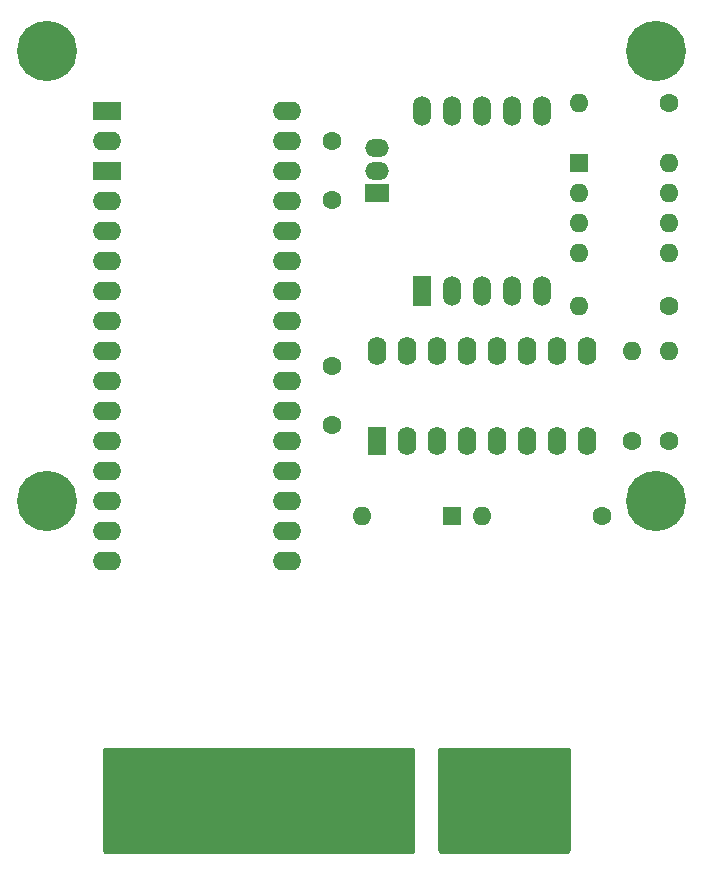
<source format=gts>
%TF.GenerationSoftware,KiCad,Pcbnew,(5.1.8)-1*%
%TF.CreationDate,2021-08-26T19:44:27+02:00*%
%TF.ProjectId,ZX Cartridge 1983,5a582043-6172-4747-9269-646765203139,rev?*%
%TF.SameCoordinates,Original*%
%TF.FileFunction,Soldermask,Top*%
%TF.FilePolarity,Negative*%
%FSLAX46Y46*%
G04 Gerber Fmt 4.6, Leading zero omitted, Abs format (unit mm)*
G04 Created by KiCad (PCBNEW (5.1.8)-1) date 2021-08-26 19:44:27*
%MOMM*%
%LPD*%
G01*
G04 APERTURE LIST*
%ADD10R,2.400000X1.600000*%
%ADD11O,2.400000X1.600000*%
%ADD12C,1.600000*%
%ADD13R,1.600000X2.400000*%
%ADD14O,1.600000X2.400000*%
%ADD15C,5.100000*%
%ADD16O,2.000000X1.500000*%
%ADD17R,2.000000X1.500000*%
%ADD18O,1.524000X2.524000*%
%ADD19R,1.524000X2.524000*%
%ADD20R,1.600000X1.600000*%
%ADD21O,1.600000X1.600000*%
%ADD22C,0.254000*%
%ADD23C,0.100000*%
G04 APERTURE END LIST*
D10*
%TO.C,U1*%
X128524000Y-67310000D03*
D11*
X143764000Y-105410000D03*
X128524000Y-69850000D03*
X143764000Y-102870000D03*
D10*
X128524000Y-72390000D03*
D11*
X143764000Y-100330000D03*
X128524000Y-74930000D03*
X143764000Y-97790000D03*
X128524000Y-77470000D03*
X143764000Y-95250000D03*
X128524000Y-80010000D03*
X143764000Y-92710000D03*
X128524000Y-82550000D03*
X143764000Y-90170000D03*
X128524000Y-85090000D03*
X143764000Y-87630000D03*
X128524000Y-87630000D03*
X143764000Y-85090000D03*
X128524000Y-90170000D03*
X143764000Y-82550000D03*
X128524000Y-92710000D03*
X143764000Y-80010000D03*
X128524000Y-95250000D03*
X143764000Y-77470000D03*
X128524000Y-97790000D03*
X143764000Y-74930000D03*
X128524000Y-100330000D03*
X143764000Y-72390000D03*
X128524000Y-102870000D03*
X143764000Y-69850000D03*
X128524000Y-105410000D03*
X143764000Y-67310000D03*
%TD*%
D12*
%TO.C,C2*%
X147574000Y-88900000D03*
X147574000Y-93900000D03*
%TD*%
D13*
%TO.C,U2*%
X151384000Y-95250000D03*
D14*
X169164000Y-87630000D03*
X153924000Y-95250000D03*
X166624000Y-87630000D03*
X156464000Y-95250000D03*
X164084000Y-87630000D03*
X159004000Y-95250000D03*
X161544000Y-87630000D03*
X161544000Y-95250000D03*
X159004000Y-87630000D03*
X164084000Y-95250000D03*
X156464000Y-87630000D03*
X166624000Y-95250000D03*
X153924000Y-87630000D03*
X169164000Y-95250000D03*
X151384000Y-87630000D03*
%TD*%
D12*
%TO.C,C1*%
X147574000Y-69850000D03*
X147574000Y-74850000D03*
%TD*%
D15*
%TO.C,M1*%
X123444000Y-100330000D03*
%TD*%
%TO.C,M2*%
X175011000Y-100330000D03*
%TD*%
%TO.C,M3*%
X175011000Y-62230000D03*
%TD*%
%TO.C,M4*%
X123444000Y-62230000D03*
%TD*%
D16*
%TO.C,JP2*%
X151384000Y-70485000D03*
X151384000Y-72390000D03*
D17*
X151384000Y-74295000D03*
%TD*%
D18*
%TO.C,AFF1*%
X155194000Y-67310000D03*
X157734000Y-67310000D03*
X160274000Y-67310000D03*
X162814000Y-67310000D03*
X165354000Y-67310000D03*
X165354000Y-82550000D03*
X162814000Y-82550000D03*
X160274000Y-82550000D03*
X157734000Y-82550000D03*
D19*
X155194000Y-82550000D03*
%TD*%
D20*
%TO.C,D1*%
X157734000Y-101600000D03*
D21*
X150114000Y-101600000D03*
%TD*%
D12*
%TO.C,R1*%
X170434000Y-101600000D03*
D21*
X160274000Y-101600000D03*
%TD*%
D20*
%TO.C,SW1*%
X168529000Y-71755000D03*
D21*
X176149000Y-79375000D03*
X168529000Y-74295000D03*
X176149000Y-76835000D03*
X168529000Y-76835000D03*
X176149000Y-74295000D03*
X168529000Y-79375000D03*
X176149000Y-71755000D03*
%TD*%
D12*
%TO.C,R4*%
X172974000Y-95250000D03*
D21*
X172974000Y-87630000D03*
%TD*%
D12*
%TO.C,R2*%
X176149000Y-66675000D03*
D21*
X168529000Y-66675000D03*
%TD*%
%TO.C,R3*%
X168529000Y-83820000D03*
D12*
X176149000Y-83820000D03*
%TD*%
%TO.C,R5*%
X176149000Y-95250000D03*
D21*
X176149000Y-87630000D03*
%TD*%
D22*
X154478000Y-129896000D02*
X154458665Y-129993202D01*
X154421783Y-130048400D01*
X128346537Y-130048400D01*
X128309655Y-129993202D01*
X128290320Y-129896000D01*
X128289696Y-121387000D01*
X154478000Y-121387000D01*
X154478000Y-129896000D01*
D23*
G36*
X154478000Y-129896000D02*
G01*
X154458665Y-129993202D01*
X154421783Y-130048400D01*
X128346537Y-130048400D01*
X128309655Y-129993202D01*
X128290320Y-129896000D01*
X128289696Y-121387000D01*
X154478000Y-121387000D01*
X154478000Y-129896000D01*
G37*
D22*
X167621000Y-129896000D02*
X167601665Y-129993202D01*
X167564783Y-130048400D01*
X156728217Y-130048400D01*
X156691335Y-129993202D01*
X156672000Y-129896000D01*
X156672000Y-121387000D01*
X167621000Y-121387000D01*
X167621000Y-129896000D01*
D23*
G36*
X167621000Y-129896000D02*
G01*
X167601665Y-129993202D01*
X167564783Y-130048400D01*
X156728217Y-130048400D01*
X156691335Y-129993202D01*
X156672000Y-129896000D01*
X156672000Y-121387000D01*
X167621000Y-121387000D01*
X167621000Y-129896000D01*
G37*
M02*

</source>
